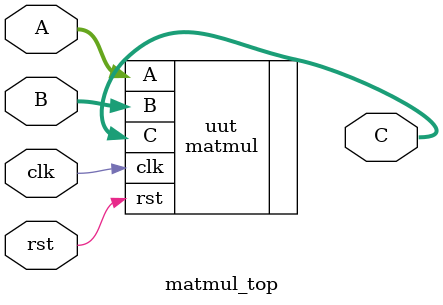
<source format=v>
module matmul_top(
    input clk,
    input rst,
    input [31:0] A,
    input [31:0] B, 
    output [31:0] C
);

matmul uut(
    .clk(clk),
    .rst(rst),
    .A(A),
    .B(B),
    .C(C)
); 

endmodule
</source>
